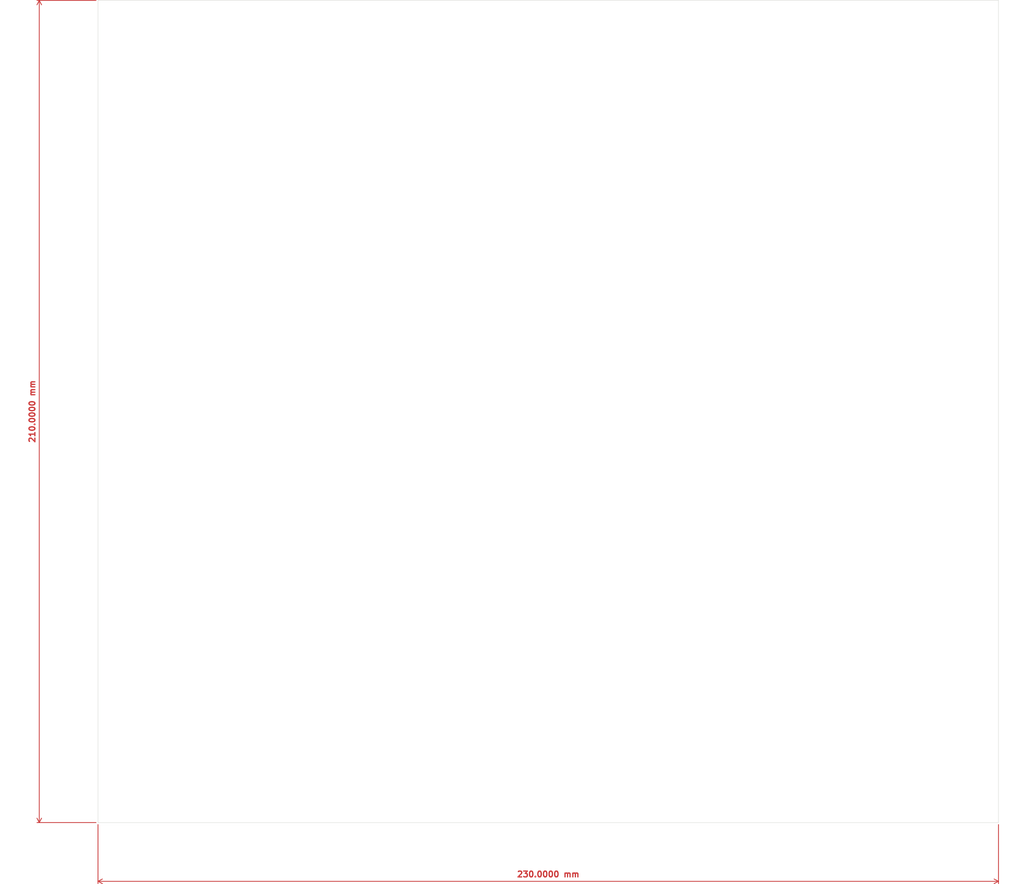
<source format=kicad_pcb>
(kicad_pcb (version 20211014) (generator pcbnew)

  (general
    (thickness 1.6)
  )

  (paper "A3")
  (layers
    (0 "F.Cu" signal)
    (31 "B.Cu" signal)
    (32 "B.Adhes" user "B.Adhesive")
    (33 "F.Adhes" user "F.Adhesive")
    (34 "B.Paste" user)
    (35 "F.Paste" user)
    (36 "B.SilkS" user "B.Silkscreen")
    (37 "F.SilkS" user "F.Silkscreen")
    (38 "B.Mask" user)
    (39 "F.Mask" user)
    (40 "Dwgs.User" user "User.Drawings")
    (41 "Cmts.User" user "User.Comments")
    (42 "Eco1.User" user "User.Eco1")
    (43 "Eco2.User" user "User.Eco2")
    (44 "Edge.Cuts" user)
    (45 "Margin" user)
    (46 "B.CrtYd" user "B.Courtyard")
    (47 "F.CrtYd" user "F.Courtyard")
    (48 "B.Fab" user)
    (49 "F.Fab" user)
    (50 "User.1" user)
    (51 "User.2" user)
    (52 "User.3" user)
    (53 "User.4" user)
    (54 "User.5" user)
    (55 "User.6" user)
    (56 "User.7" user)
    (57 "User.8" user)
    (58 "User.9" user)
  )

  (setup
    (pad_to_mask_clearance 0)
    (pcbplotparams
      (layerselection 0x00010fc_ffffffff)
      (disableapertmacros false)
      (usegerberextensions false)
      (usegerberattributes true)
      (usegerberadvancedattributes true)
      (creategerberjobfile true)
      (svguseinch false)
      (svgprecision 6)
      (excludeedgelayer true)
      (plotframeref false)
      (viasonmask false)
      (mode 1)
      (useauxorigin false)
      (hpglpennumber 1)
      (hpglpenspeed 20)
      (hpglpendiameter 15.000000)
      (dxfpolygonmode true)
      (dxfimperialunits true)
      (dxfusepcbnewfont true)
      (psnegative false)
      (psa4output false)
      (plotreference true)
      (plotvalue true)
      (plotinvisibletext false)
      (sketchpadsonfab false)
      (subtractmaskfromsilk false)
      (outputformat 1)
      (mirror false)
      (drillshape 1)
      (scaleselection 1)
      (outputdirectory "")
    )
  )

  (net 0 "")

  (gr_line (start 50 245) (end 280 245) (layer "Edge.Cuts") (width 0.1) (tstamp 16ae01ab-3444-4968-9049-9ce370cd7169))
  (gr_line (start 50 35) (end 50 245) (layer "Edge.Cuts") (width 0.1) (tstamp e09b800d-0973-42b3-8a74-993ddc4a678f))
  (gr_line (start 280 245) (end 280 35) (layer "Edge.Cuts") (width 0.1) (tstamp e4021042-3545-4be4-b8b4-e514f3d2b648))
  (gr_line (start 280 35) (end 50 35) (layer "Edge.Cuts") (width 0.1) (tstamp e4b98ba8-fa69-4c8a-9c6b-e94cc72a2eee))
  (gr_text "Back" (at 45 40 90) (layer "User.1") (tstamp 3aa33cc4-575a-447a-8490-3880f2bee84b)
    (effects (font (size 2 2) (thickness 0.2)))
  )
  (gr_text "Front\n" (at 285 40 90) (layer "User.1") (tstamp d176fd49-8bbe-4e9f-bc7e-c3c6fa6f204c)
    (effects (font (size 2 2) (thickness 0.2)))
  )
  (dimension (type aligned) (layer "F.Cu") (tstamp 212b59c5-3577-45db-b45b-79365b6b501e)
    (pts (xy 50 245) (xy 50 35))
    (height -15)
    (gr_text "210,0000 mm" (at 33.2 140 90) (layer "F.Cu") (tstamp 70cb175a-d27b-4722-a6ee-eafd9899a44c)
      (effects (font (size 1.5 1.5) (thickness 0.3)))
    )
    (format (units 3) (units_format 1) (precision 4))
    (style (thickness 0.2) (arrow_length 1.27) (text_position_mode 0) (extension_height 0.58642) (extension_offset 0.5) keep_text_aligned)
  )
  (dimension (type aligned) (layer "F.Cu") (tstamp 9c1aa823-da8d-4a45-8e03-9bd071133fe0)
    (pts (xy 280 245) (xy 50 245))
    (height -15)
    (gr_text "230,0000 mm" (at 165 258.2) (layer "F.Cu") (tstamp 4beae78e-eea2-49d9-a05b-37a69dff32bd)
      (effects (font (size 1.5 1.5) (thickness 0.3)))
    )
    (format (units 3) (units_format 1) (precision 4))
    (style (thickness 0.2) (arrow_length 1.27) (text_position_mode 0) (extension_height 0.58642) (extension_offset 0.5) keep_text_aligned)
  )

)

</source>
